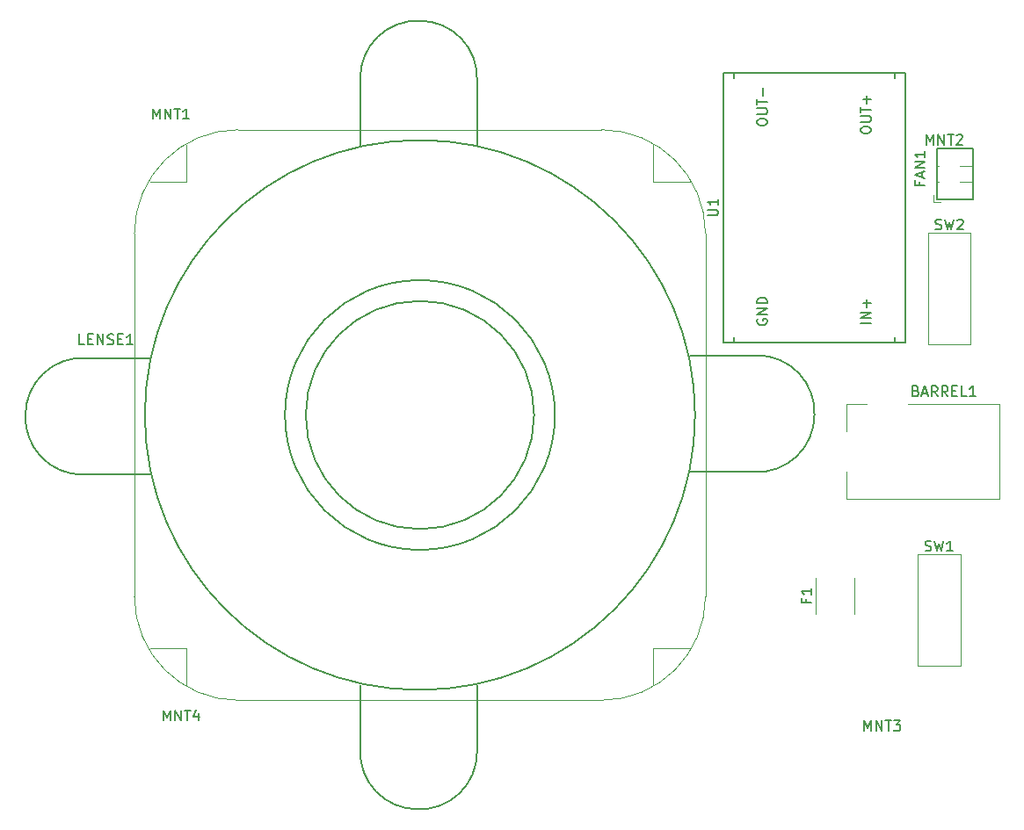
<source format=gbr>
G04 #@! TF.GenerationSoftware,KiCad,Pcbnew,(5.0.0)*
G04 #@! TF.CreationDate,2019-12-04T20:48:20-05:00*
G04 #@! TF.ProjectId,10W White LED,313057205768697465204C45442E6B69,rev?*
G04 #@! TF.SameCoordinates,Original*
G04 #@! TF.FileFunction,Legend,Top*
G04 #@! TF.FilePolarity,Positive*
%FSLAX46Y46*%
G04 Gerber Fmt 4.6, Leading zero omitted, Abs format (unit mm)*
G04 Created by KiCad (PCBNEW (5.0.0)) date 12/04/19 20:48:20*
%MOMM*%
%LPD*%
G01*
G04 APERTURE LIST*
%ADD10C,0.120000*%
%ADD11C,0.150000*%
%ADD12C,0.100000*%
%ADD13C,0.200000*%
G04 APERTURE END LIST*
D10*
G04 #@! TO.C,F1*
X191880000Y-119170000D02*
X191880000Y-115710000D01*
X188120000Y-119170000D02*
X188120000Y-115710000D01*
D11*
G04 #@! TO.C,FAN1*
X199800000Y-76250000D02*
X199800000Y-79200000D01*
X199800000Y-79200000D02*
X203300000Y-79200000D01*
X203300000Y-79200000D02*
X203300000Y-74300000D01*
X203300000Y-74300000D02*
X199800000Y-74300000D01*
X199800000Y-74300000D02*
X199800000Y-76250000D01*
D12*
X199800000Y-77500000D02*
X200000000Y-77500000D01*
X202000000Y-77500000D02*
X203300000Y-77500000D01*
X200000000Y-76000000D02*
X199800000Y-76000000D01*
X202000000Y-76000000D02*
X203300000Y-76000000D01*
X199500000Y-78750000D02*
X199500000Y-79500000D01*
X199500000Y-79500000D02*
X200150000Y-79500000D01*
G04 #@! TO.C,HEATSINK1*
X127500000Y-122500000D02*
X124000000Y-122500000D01*
X172500000Y-77500000D02*
X176000000Y-77500000D01*
X127500000Y-122500000D02*
X127500000Y-126000000D01*
X172500000Y-77500000D02*
X172500000Y-74000000D01*
X172500000Y-122500000D02*
X176000000Y-122500000D01*
X172500000Y-122500000D02*
X172500000Y-126000000D01*
X122500000Y-82500000D02*
X122500000Y-117500000D01*
X167500000Y-72500000D02*
X132500000Y-72500000D01*
X132500000Y-127500000D02*
X167500000Y-127500000D01*
X167500000Y-72500000D02*
G75*
G02X177500000Y-82500000I0J-10000000D01*
G01*
X122500000Y-82500000D02*
G75*
G02X132500000Y-72500000I10000000J0D01*
G01*
X132500000Y-127500000D02*
G75*
G02X122500000Y-117500000I0J10000000D01*
G01*
X177500000Y-117500000D02*
X177500000Y-82500000D01*
X177500000Y-117500000D02*
G75*
G02X167500000Y-127500000I-10000000J0D01*
G01*
X127500000Y-77500000D02*
X127500000Y-74000000D01*
X127500000Y-77500000D02*
X124000000Y-77500000D01*
D13*
G04 #@! TO.C,LENSE1*
X161000000Y-100000000D02*
G75*
G03X161000000Y-100000000I-11000000J0D01*
G01*
X163000000Y-100000000D02*
G75*
G03X163000000Y-100000000I-13000000J0D01*
G01*
X176500000Y-100000000D02*
G75*
G03X176500000Y-100000000I-26500000J0D01*
G01*
X150000000Y-62000000D02*
G75*
G02X155500000Y-67755679I0J-5505679D01*
G01*
X144250000Y-67500000D02*
G75*
G02X150005679Y-62000000I5505679J0D01*
G01*
X155500000Y-67750000D02*
X155500000Y-74000000D01*
X144250000Y-67500000D02*
X144250000Y-74000000D01*
X117750000Y-94500000D02*
X124000000Y-94500000D01*
X117500000Y-105750000D02*
X124000000Y-105750000D01*
X112000000Y-100000000D02*
G75*
G02X117755679Y-94500000I5505679J0D01*
G01*
X117500000Y-105750000D02*
G75*
G02X112000000Y-99994321I0J5505679D01*
G01*
X144250000Y-132250000D02*
X144250000Y-126000000D01*
X155500000Y-132500000D02*
X155500000Y-126000000D01*
X149750000Y-138000000D02*
G75*
G02X144250000Y-132244321I0J5505679D01*
G01*
X155500000Y-132500000D02*
G75*
G02X149744321Y-138000000I-5505679J0D01*
G01*
X182250000Y-105500000D02*
X176000000Y-105500000D01*
X182500000Y-94250000D02*
X176000000Y-94250000D01*
X188000000Y-100000000D02*
G75*
G02X182244321Y-105500000I-5505679J0D01*
G01*
X182500000Y-94250000D02*
G75*
G02X188000000Y-100005679I0J-5505679D01*
G01*
D12*
G04 #@! TO.C,SW1*
X197950000Y-124200000D02*
X197950000Y-123400000D01*
X198000000Y-124200000D02*
X197950000Y-124200000D01*
X200000000Y-124200000D02*
X198000000Y-124200000D01*
X202050000Y-124200000D02*
X202050000Y-123850000D01*
X200000000Y-124200000D02*
X202050000Y-124200000D01*
X197950000Y-113400000D02*
X197950000Y-123450000D01*
X197950000Y-113400000D02*
X200000000Y-113400000D01*
X202050000Y-113400000D02*
X202050000Y-123850000D01*
X201600000Y-113400000D02*
X202050000Y-113400000D01*
X202050000Y-113400000D02*
X201600000Y-113400000D01*
X200000000Y-113400000D02*
X201600000Y-113400000D01*
G04 #@! TO.C,SW2*
X198950000Y-93200000D02*
X198950000Y-92400000D01*
X199000000Y-93200000D02*
X198950000Y-93200000D01*
X201000000Y-93200000D02*
X199000000Y-93200000D01*
X203050000Y-93200000D02*
X203050000Y-92850000D01*
X201000000Y-93200000D02*
X203050000Y-93200000D01*
X198950000Y-82400000D02*
X198950000Y-92450000D01*
X198950000Y-82400000D02*
X201000000Y-82400000D01*
X203050000Y-82400000D02*
X203050000Y-92850000D01*
X202600000Y-82400000D02*
X203050000Y-82400000D01*
X203050000Y-82400000D02*
X202600000Y-82400000D01*
X201000000Y-82400000D02*
X202600000Y-82400000D01*
D13*
G04 #@! TO.C,U1*
X179250000Y-80000000D02*
X179250000Y-79500000D01*
X179250000Y-67000000D02*
X179250000Y-80000000D01*
X179250000Y-67000000D02*
X188000000Y-67000000D01*
X180250000Y-67000000D02*
X180250000Y-67250000D01*
X188000000Y-67000000D02*
X196750000Y-67000000D01*
X196750000Y-67000000D02*
X196750000Y-80000000D01*
X188000000Y-93000000D02*
X196750000Y-93000000D01*
X196750000Y-80000000D02*
X196750000Y-93000000D01*
X179250000Y-93000000D02*
X188000000Y-93000000D01*
X179250000Y-80000000D02*
X179250000Y-93000000D01*
X195750000Y-67000000D02*
X195750000Y-67250000D01*
X195750000Y-93000000D02*
X195750000Y-92500000D01*
X180250000Y-93000000D02*
X180250000Y-92500000D01*
X180250000Y-67250000D02*
X180250000Y-67500000D01*
X195750000Y-67250000D02*
X195750000Y-67500000D01*
D10*
G04 #@! TO.C,BARREL1*
X191100000Y-108100000D02*
X191100000Y-105500000D01*
X205800000Y-108100000D02*
X191100000Y-108100000D01*
X191100000Y-98900000D02*
X193000000Y-98900000D01*
X191100000Y-101600000D02*
X191100000Y-98900000D01*
X205800000Y-98900000D02*
X205800000Y-108100000D01*
X197000000Y-98900000D02*
X205800000Y-98900000D01*
G04 #@! TO.C,F1*
D11*
X187208571Y-117773333D02*
X187208571Y-118106666D01*
X187732380Y-118106666D02*
X186732380Y-118106666D01*
X186732380Y-117630476D01*
X187732380Y-116725714D02*
X187732380Y-117297142D01*
X187732380Y-117011428D02*
X186732380Y-117011428D01*
X186875238Y-117106666D01*
X186970476Y-117201904D01*
X187018095Y-117297142D01*
G04 #@! TO.C,FAN1*
X198128571Y-77535714D02*
X198128571Y-77869047D01*
X198652380Y-77869047D02*
X197652380Y-77869047D01*
X197652380Y-77392857D01*
X198366666Y-77059523D02*
X198366666Y-76583333D01*
X198652380Y-77154761D02*
X197652380Y-76821428D01*
X198652380Y-76488095D01*
X198652380Y-76154761D02*
X197652380Y-76154761D01*
X198652380Y-75583333D01*
X197652380Y-75583333D01*
X198652380Y-74583333D02*
X198652380Y-75154761D01*
X198652380Y-74869047D02*
X197652380Y-74869047D01*
X197795238Y-74964285D01*
X197890476Y-75059523D01*
X197938095Y-75154761D01*
G04 #@! TO.C,LENSE1*
X117678571Y-93202380D02*
X117202380Y-93202380D01*
X117202380Y-92202380D01*
X118011904Y-92678571D02*
X118345238Y-92678571D01*
X118488095Y-93202380D02*
X118011904Y-93202380D01*
X118011904Y-92202380D01*
X118488095Y-92202380D01*
X118916666Y-93202380D02*
X118916666Y-92202380D01*
X119488095Y-93202380D01*
X119488095Y-92202380D01*
X119916666Y-93154761D02*
X120059523Y-93202380D01*
X120297619Y-93202380D01*
X120392857Y-93154761D01*
X120440476Y-93107142D01*
X120488095Y-93011904D01*
X120488095Y-92916666D01*
X120440476Y-92821428D01*
X120392857Y-92773809D01*
X120297619Y-92726190D01*
X120107142Y-92678571D01*
X120011904Y-92630952D01*
X119964285Y-92583333D01*
X119916666Y-92488095D01*
X119916666Y-92392857D01*
X119964285Y-92297619D01*
X120011904Y-92250000D01*
X120107142Y-92202380D01*
X120345238Y-92202380D01*
X120488095Y-92250000D01*
X120916666Y-92678571D02*
X121250000Y-92678571D01*
X121392857Y-93202380D02*
X120916666Y-93202380D01*
X120916666Y-92202380D01*
X121392857Y-92202380D01*
X122345238Y-93202380D02*
X121773809Y-93202380D01*
X122059523Y-93202380D02*
X122059523Y-92202380D01*
X121964285Y-92345238D01*
X121869047Y-92440476D01*
X121773809Y-92488095D01*
G04 #@! TO.C,SW1*
X198666666Y-113074761D02*
X198809523Y-113122380D01*
X199047619Y-113122380D01*
X199142857Y-113074761D01*
X199190476Y-113027142D01*
X199238095Y-112931904D01*
X199238095Y-112836666D01*
X199190476Y-112741428D01*
X199142857Y-112693809D01*
X199047619Y-112646190D01*
X198857142Y-112598571D01*
X198761904Y-112550952D01*
X198714285Y-112503333D01*
X198666666Y-112408095D01*
X198666666Y-112312857D01*
X198714285Y-112217619D01*
X198761904Y-112170000D01*
X198857142Y-112122380D01*
X199095238Y-112122380D01*
X199238095Y-112170000D01*
X199571428Y-112122380D02*
X199809523Y-113122380D01*
X200000000Y-112408095D01*
X200190476Y-113122380D01*
X200428571Y-112122380D01*
X201333333Y-113122380D02*
X200761904Y-113122380D01*
X201047619Y-113122380D02*
X201047619Y-112122380D01*
X200952380Y-112265238D01*
X200857142Y-112360476D01*
X200761904Y-112408095D01*
G04 #@! TO.C,SW2*
X199666666Y-82074761D02*
X199809523Y-82122380D01*
X200047619Y-82122380D01*
X200142857Y-82074761D01*
X200190476Y-82027142D01*
X200238095Y-81931904D01*
X200238095Y-81836666D01*
X200190476Y-81741428D01*
X200142857Y-81693809D01*
X200047619Y-81646190D01*
X199857142Y-81598571D01*
X199761904Y-81550952D01*
X199714285Y-81503333D01*
X199666666Y-81408095D01*
X199666666Y-81312857D01*
X199714285Y-81217619D01*
X199761904Y-81170000D01*
X199857142Y-81122380D01*
X200095238Y-81122380D01*
X200238095Y-81170000D01*
X200571428Y-81122380D02*
X200809523Y-82122380D01*
X201000000Y-81408095D01*
X201190476Y-82122380D01*
X201428571Y-81122380D01*
X201761904Y-81217619D02*
X201809523Y-81170000D01*
X201904761Y-81122380D01*
X202142857Y-81122380D01*
X202238095Y-81170000D01*
X202285714Y-81217619D01*
X202333333Y-81312857D01*
X202333333Y-81408095D01*
X202285714Y-81550952D01*
X201714285Y-82122380D01*
X202333333Y-82122380D01*
G04 #@! TO.C,MNT1*
X124285714Y-71452380D02*
X124285714Y-70452380D01*
X124619047Y-71166666D01*
X124952380Y-70452380D01*
X124952380Y-71452380D01*
X125428571Y-71452380D02*
X125428571Y-70452380D01*
X126000000Y-71452380D01*
X126000000Y-70452380D01*
X126333333Y-70452380D02*
X126904761Y-70452380D01*
X126619047Y-71452380D02*
X126619047Y-70452380D01*
X127761904Y-71452380D02*
X127190476Y-71452380D01*
X127476190Y-71452380D02*
X127476190Y-70452380D01*
X127380952Y-70595238D01*
X127285714Y-70690476D01*
X127190476Y-70738095D01*
G04 #@! TO.C,MNT2*
X198785714Y-73952380D02*
X198785714Y-72952380D01*
X199119047Y-73666666D01*
X199452380Y-72952380D01*
X199452380Y-73952380D01*
X199928571Y-73952380D02*
X199928571Y-72952380D01*
X200500000Y-73952380D01*
X200500000Y-72952380D01*
X200833333Y-72952380D02*
X201404761Y-72952380D01*
X201119047Y-73952380D02*
X201119047Y-72952380D01*
X201690476Y-73047619D02*
X201738095Y-73000000D01*
X201833333Y-72952380D01*
X202071428Y-72952380D01*
X202166666Y-73000000D01*
X202214285Y-73047619D01*
X202261904Y-73142857D01*
X202261904Y-73238095D01*
X202214285Y-73380952D01*
X201642857Y-73952380D01*
X202261904Y-73952380D01*
G04 #@! TO.C,MNT3*
X192785714Y-130452380D02*
X192785714Y-129452380D01*
X193119047Y-130166666D01*
X193452380Y-129452380D01*
X193452380Y-130452380D01*
X193928571Y-130452380D02*
X193928571Y-129452380D01*
X194500000Y-130452380D01*
X194500000Y-129452380D01*
X194833333Y-129452380D02*
X195404761Y-129452380D01*
X195119047Y-130452380D02*
X195119047Y-129452380D01*
X195642857Y-129452380D02*
X196261904Y-129452380D01*
X195928571Y-129833333D01*
X196071428Y-129833333D01*
X196166666Y-129880952D01*
X196214285Y-129928571D01*
X196261904Y-130023809D01*
X196261904Y-130261904D01*
X196214285Y-130357142D01*
X196166666Y-130404761D01*
X196071428Y-130452380D01*
X195785714Y-130452380D01*
X195690476Y-130404761D01*
X195642857Y-130357142D01*
G04 #@! TO.C,MNT4*
X125285714Y-129452380D02*
X125285714Y-128452380D01*
X125619047Y-129166666D01*
X125952380Y-128452380D01*
X125952380Y-129452380D01*
X126428571Y-129452380D02*
X126428571Y-128452380D01*
X127000000Y-129452380D01*
X127000000Y-128452380D01*
X127333333Y-128452380D02*
X127904761Y-128452380D01*
X127619047Y-129452380D02*
X127619047Y-128452380D01*
X128666666Y-128785714D02*
X128666666Y-129452380D01*
X128428571Y-128404761D02*
X128190476Y-129119047D01*
X128809523Y-129119047D01*
G04 #@! TO.C,U1*
X177702380Y-80761904D02*
X178511904Y-80761904D01*
X178607142Y-80714285D01*
X178654761Y-80666666D01*
X178702380Y-80571428D01*
X178702380Y-80380952D01*
X178654761Y-80285714D01*
X178607142Y-80238095D01*
X178511904Y-80190476D01*
X177702380Y-80190476D01*
X178702380Y-79190476D02*
X178702380Y-79761904D01*
X178702380Y-79476190D02*
X177702380Y-79476190D01*
X177845238Y-79571428D01*
X177940476Y-79666666D01*
X177988095Y-79761904D01*
X193452380Y-91142857D02*
X192452380Y-91142857D01*
X193452380Y-90666666D02*
X192452380Y-90666666D01*
X193452380Y-90095238D01*
X192452380Y-90095238D01*
X193071428Y-89619047D02*
X193071428Y-88857142D01*
X193452380Y-89238095D02*
X192690476Y-89238095D01*
X182500000Y-90761904D02*
X182452380Y-90857142D01*
X182452380Y-91000000D01*
X182500000Y-91142857D01*
X182595238Y-91238095D01*
X182690476Y-91285714D01*
X182880952Y-91333333D01*
X183023809Y-91333333D01*
X183214285Y-91285714D01*
X183309523Y-91238095D01*
X183404761Y-91142857D01*
X183452380Y-91000000D01*
X183452380Y-90904761D01*
X183404761Y-90761904D01*
X183357142Y-90714285D01*
X183023809Y-90714285D01*
X183023809Y-90904761D01*
X183452380Y-90285714D02*
X182452380Y-90285714D01*
X183452380Y-89714285D01*
X182452380Y-89714285D01*
X183452380Y-89238095D02*
X182452380Y-89238095D01*
X182452380Y-89000000D01*
X182500000Y-88857142D01*
X182595238Y-88761904D01*
X182690476Y-88714285D01*
X182880952Y-88666666D01*
X183023809Y-88666666D01*
X183214285Y-88714285D01*
X183309523Y-88761904D01*
X183404761Y-88857142D01*
X183452380Y-89000000D01*
X183452380Y-89238095D01*
X182452380Y-71869047D02*
X182452380Y-71678571D01*
X182500000Y-71583333D01*
X182595238Y-71488095D01*
X182785714Y-71440476D01*
X183119047Y-71440476D01*
X183309523Y-71488095D01*
X183404761Y-71583333D01*
X183452380Y-71678571D01*
X183452380Y-71869047D01*
X183404761Y-71964285D01*
X183309523Y-72059523D01*
X183119047Y-72107142D01*
X182785714Y-72107142D01*
X182595238Y-72059523D01*
X182500000Y-71964285D01*
X182452380Y-71869047D01*
X182452380Y-71011904D02*
X183261904Y-71011904D01*
X183357142Y-70964285D01*
X183404761Y-70916666D01*
X183452380Y-70821428D01*
X183452380Y-70630952D01*
X183404761Y-70535714D01*
X183357142Y-70488095D01*
X183261904Y-70440476D01*
X182452380Y-70440476D01*
X182452380Y-70107142D02*
X182452380Y-69535714D01*
X183452380Y-69821428D02*
X182452380Y-69821428D01*
X183071428Y-69202380D02*
X183071428Y-68440476D01*
X192452380Y-72619047D02*
X192452380Y-72428571D01*
X192500000Y-72333333D01*
X192595238Y-72238095D01*
X192785714Y-72190476D01*
X193119047Y-72190476D01*
X193309523Y-72238095D01*
X193404761Y-72333333D01*
X193452380Y-72428571D01*
X193452380Y-72619047D01*
X193404761Y-72714285D01*
X193309523Y-72809523D01*
X193119047Y-72857142D01*
X192785714Y-72857142D01*
X192595238Y-72809523D01*
X192500000Y-72714285D01*
X192452380Y-72619047D01*
X192452380Y-71761904D02*
X193261904Y-71761904D01*
X193357142Y-71714285D01*
X193404761Y-71666666D01*
X193452380Y-71571428D01*
X193452380Y-71380952D01*
X193404761Y-71285714D01*
X193357142Y-71238095D01*
X193261904Y-71190476D01*
X192452380Y-71190476D01*
X192452380Y-70857142D02*
X192452380Y-70285714D01*
X193452380Y-70571428D02*
X192452380Y-70571428D01*
X193071428Y-69952380D02*
X193071428Y-69190476D01*
X193452380Y-69571428D02*
X192690476Y-69571428D01*
G04 #@! TO.C,BARREL1*
X197759523Y-97678571D02*
X197902380Y-97726190D01*
X197950000Y-97773809D01*
X197997619Y-97869047D01*
X197997619Y-98011904D01*
X197950000Y-98107142D01*
X197902380Y-98154761D01*
X197807142Y-98202380D01*
X197426190Y-98202380D01*
X197426190Y-97202380D01*
X197759523Y-97202380D01*
X197854761Y-97250000D01*
X197902380Y-97297619D01*
X197950000Y-97392857D01*
X197950000Y-97488095D01*
X197902380Y-97583333D01*
X197854761Y-97630952D01*
X197759523Y-97678571D01*
X197426190Y-97678571D01*
X198378571Y-97916666D02*
X198854761Y-97916666D01*
X198283333Y-98202380D02*
X198616666Y-97202380D01*
X198950000Y-98202380D01*
X199854761Y-98202380D02*
X199521428Y-97726190D01*
X199283333Y-98202380D02*
X199283333Y-97202380D01*
X199664285Y-97202380D01*
X199759523Y-97250000D01*
X199807142Y-97297619D01*
X199854761Y-97392857D01*
X199854761Y-97535714D01*
X199807142Y-97630952D01*
X199759523Y-97678571D01*
X199664285Y-97726190D01*
X199283333Y-97726190D01*
X200854761Y-98202380D02*
X200521428Y-97726190D01*
X200283333Y-98202380D02*
X200283333Y-97202380D01*
X200664285Y-97202380D01*
X200759523Y-97250000D01*
X200807142Y-97297619D01*
X200854761Y-97392857D01*
X200854761Y-97535714D01*
X200807142Y-97630952D01*
X200759523Y-97678571D01*
X200664285Y-97726190D01*
X200283333Y-97726190D01*
X201283333Y-97678571D02*
X201616666Y-97678571D01*
X201759523Y-98202380D02*
X201283333Y-98202380D01*
X201283333Y-97202380D01*
X201759523Y-97202380D01*
X202664285Y-98202380D02*
X202188095Y-98202380D01*
X202188095Y-97202380D01*
X203521428Y-98202380D02*
X202950000Y-98202380D01*
X203235714Y-98202380D02*
X203235714Y-97202380D01*
X203140476Y-97345238D01*
X203045238Y-97440476D01*
X202950000Y-97488095D01*
G04 #@! TD*
M02*

</source>
